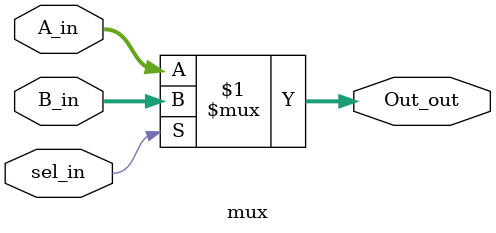
<source format=v>
`timescale 1ns / 1ps
/*
 * CSE141L Lab1: Be a Hardware Hacker!
 * University of California, San Diego
 * 
 * Written by Donghwan Jeon, 4/1/2007
 */
 
module mux#(parameter W = 32)
(

 input [W-1:0] A_in, B_in,
 input 				  sel_in,
 output [W-1:0]     Out_out
);		


assign Out_out = (sel_in) ? B_in : A_in;


endmodule
</source>
